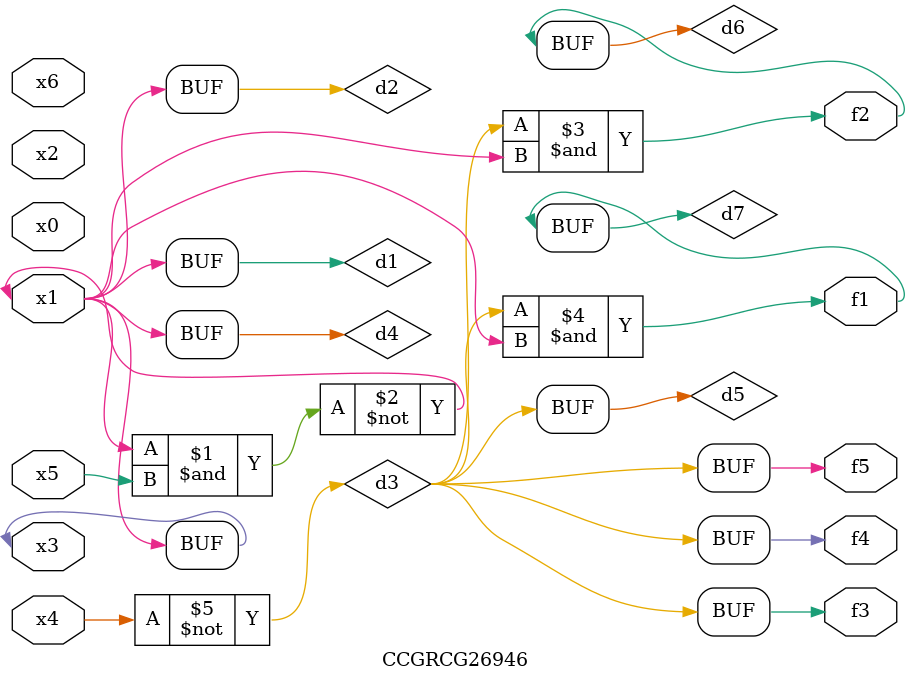
<source format=v>
module CCGRCG26946(
	input x0, x1, x2, x3, x4, x5, x6,
	output f1, f2, f3, f4, f5
);

	wire d1, d2, d3, d4, d5, d6, d7;

	buf (d1, x1, x3);
	nand (d2, x1, x5);
	not (d3, x4);
	buf (d4, d1, d2);
	buf (d5, d3);
	and (d6, d3, d4);
	and (d7, d3, d4);
	assign f1 = d7;
	assign f2 = d6;
	assign f3 = d5;
	assign f4 = d5;
	assign f5 = d5;
endmodule

</source>
